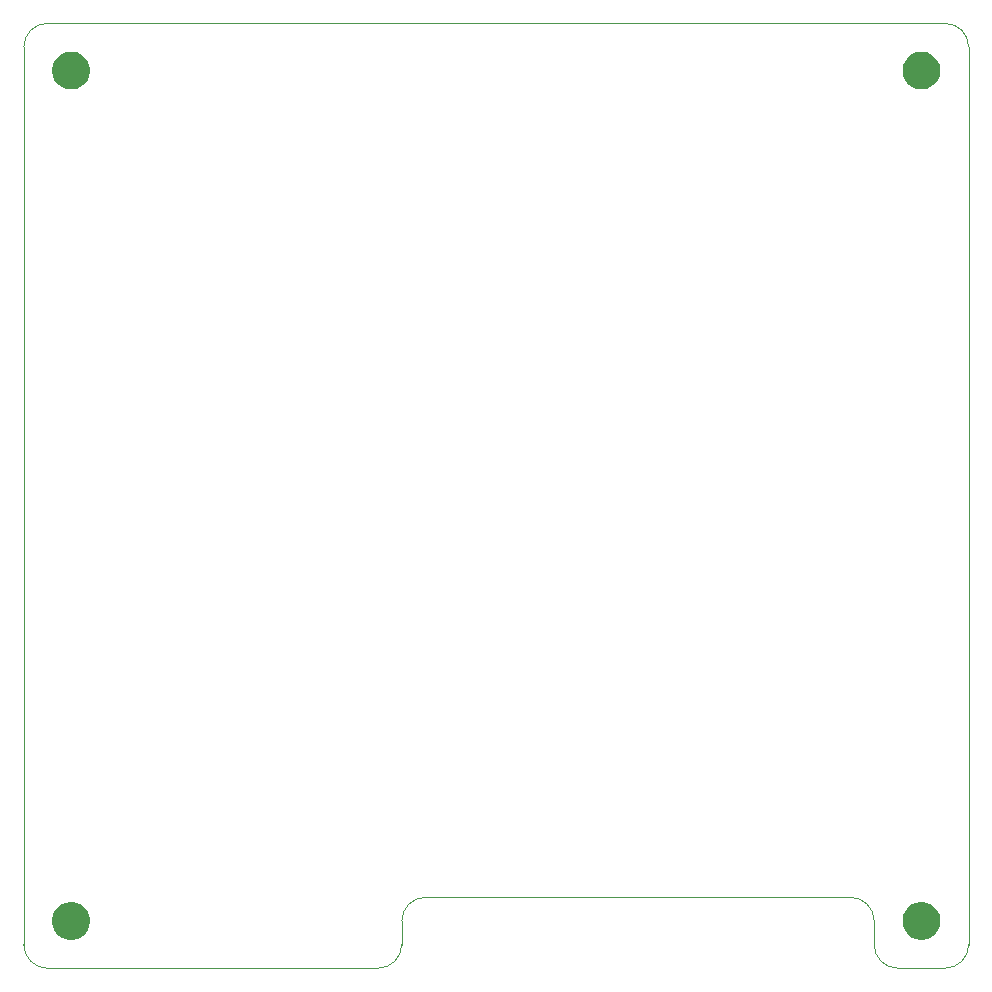
<source format=gbr>
%TF.GenerationSoftware,Altium Limited,Altium Designer,21.6.1 (37)*%
G04 Layer_Color=0*
%FSLAX45Y45*%
%MOMM*%
%TF.SameCoordinates,713E3131-B0EE-4415-9D9D-843BC13DAD56*%
%TF.FilePolarity,Positive*%
%TF.FileFunction,Profile,NP*%
%TF.Part,Single*%
G01*
G75*
%TA.AperFunction,Profile*%
%ADD61C,0.02540*%
G36*
X7600635Y7440635D02*
X7584877D01*
X7553965Y7446783D01*
X7524847Y7458845D01*
X7498641Y7476355D01*
X7476355Y7498641D01*
X7458845Y7524846D01*
X7446784Y7553964D01*
X7440635Y7584876D01*
Y7600635D01*
Y7616393D01*
X7446784Y7647305D01*
X7458845Y7676423D01*
X7476355Y7702629D01*
X7498641Y7724915D01*
X7524847Y7742425D01*
X7553965Y7754486D01*
X7584877Y7760635D01*
X7600635D01*
X7616394D01*
X7647306Y7754486D01*
X7676424Y7742425D01*
X7702629Y7724915D01*
X7724915Y7702629D01*
X7742425Y7676423D01*
X7754486Y7647305D01*
X7760635Y7616393D01*
Y7600635D01*
Y7584876D01*
X7754486Y7553964D01*
X7742425Y7524846D01*
X7724915Y7498641D01*
X7702629Y7476355D01*
X7676424Y7458845D01*
X7647306Y7446783D01*
X7616394Y7440635D01*
X7600635D01*
D01*
D02*
G37*
G36*
X400635D02*
X384877D01*
X353965Y7446783D01*
X324847Y7458845D01*
X298641Y7476355D01*
X276355Y7498641D01*
X258845Y7524846D01*
X246784Y7553964D01*
X240635Y7584876D01*
X240635Y7600635D01*
Y7616393D01*
X246784Y7647305D01*
X258845Y7676423D01*
X276355Y7702629D01*
X298641Y7724915D01*
X324847Y7742425D01*
X353965Y7754486D01*
X384877Y7760635D01*
X400635D01*
X416394D01*
X447305Y7754486D01*
X476423Y7742425D01*
X502629Y7724915D01*
X524915Y7702629D01*
X542425Y7676423D01*
X554486Y7647305D01*
X560635Y7616393D01*
Y7600635D01*
Y7584876D01*
X554486Y7553964D01*
X542425Y7524846D01*
X524915Y7498641D01*
X502629Y7476355D01*
X476423Y7458845D01*
X447305Y7446783D01*
X416394Y7440635D01*
X400635D01*
D01*
D02*
G37*
G36*
X240635Y400635D02*
Y384876D01*
X246784Y353964D01*
X258845Y324846D01*
X276355Y298640D01*
X298641Y276355D01*
X324847Y258845D01*
X353965Y246783D01*
X384877Y240635D01*
X400635Y240635D01*
X416394D01*
X447305Y246783D01*
X476423Y258845D01*
X502629Y276355D01*
X524915Y298640D01*
X542425Y324846D01*
X554486Y353964D01*
X560635Y384876D01*
Y400634D01*
Y416393D01*
X554486Y447305D01*
X542425Y476423D01*
X524915Y502629D01*
X502629Y524915D01*
X476423Y542425D01*
X447305Y554486D01*
X416394Y560635D01*
X400635D01*
X384877D01*
X353965Y554486D01*
X324847Y542425D01*
X298641Y524915D01*
X276355Y502629D01*
X258845Y476423D01*
X246784Y447305D01*
X240635Y416393D01*
X240635Y400635D01*
D01*
D02*
G37*
G36*
X7440635D02*
Y384876D01*
X7446784Y353964D01*
X7458845Y324846D01*
X7476355Y298640D01*
X7498641Y276355D01*
X7524847Y258845D01*
X7553965Y246783D01*
X7584877Y240635D01*
X7600635Y240635D01*
X7616394D01*
X7647306Y246783D01*
X7676424Y258845D01*
X7702629Y276355D01*
X7724915Y298640D01*
X7742425Y324846D01*
X7754486Y353964D01*
X7760635Y384876D01*
Y400634D01*
Y416393D01*
X7754486Y447305D01*
X7742425Y476423D01*
X7724915Y502629D01*
X7702629Y524915D01*
X7676424Y542425D01*
X7647306Y554486D01*
X7616394Y560635D01*
X7600635D01*
X7584877D01*
X7553965Y554486D01*
X7524847Y542425D01*
X7498641Y524915D01*
X7476355Y502629D01*
X7458845Y476423D01*
X7446784Y447305D01*
X7440635Y416393D01*
Y400635D01*
D01*
D02*
G37*
D61*
X635Y200635D02*
G03*
X200635Y635I200000J0D01*
G01*
X3000000D01*
X3000635Y635D01*
D02*
G03*
X3200635Y200635I-0J200000D01*
G01*
Y400635D01*
D02*
G02*
X3400635Y600635I200000J0D01*
G01*
X3400000Y600635D01*
X7000635Y600635D01*
D02*
G02*
X7200635Y400634I-0J-200000D01*
G01*
Y200635D01*
D02*
G03*
X7400635Y635I200000J0D01*
G01*
X7800636D01*
D02*
G03*
X8000636Y200635I-0J200000D01*
G01*
X8000635Y7800635D01*
D02*
G03*
X7800635Y8000635I-200000J0D01*
G01*
X200636D01*
D02*
G03*
X635Y7800635I-1J-200000D01*
G01*
Y200635D01*
%TF.MD5,336c4a5464a8bae1c81aff31fbd14c5d*%
M02*

</source>
